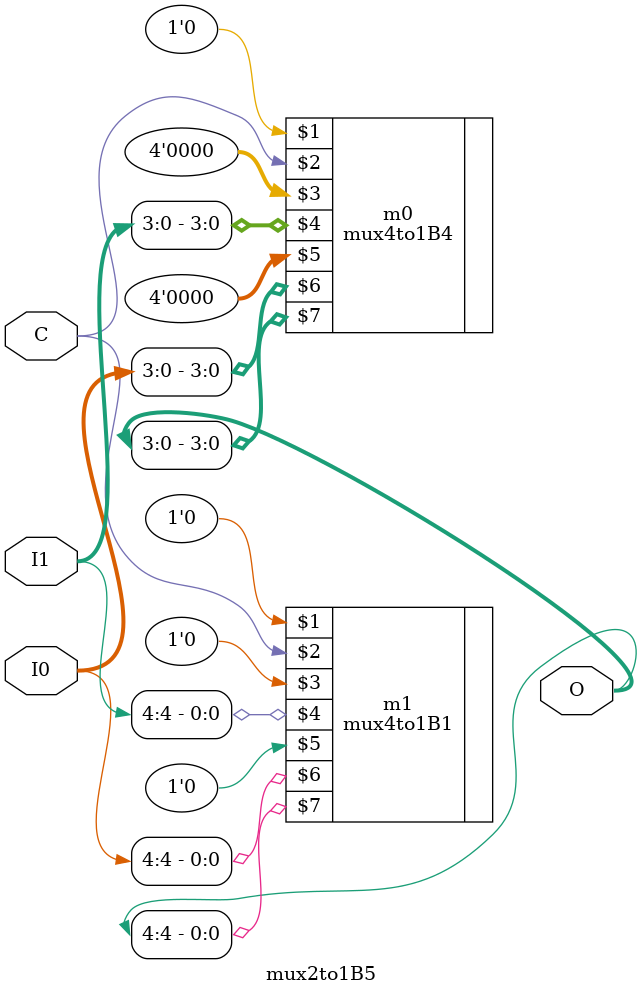
<source format=sv>
module mux2to1B5(input logic C,
		  input logic [4:0] I1, 
		  input logic [4:0] I0, 
		  output logic [4:0] O);
   
	mux4to1B4 m0(1'b0,C,4'b0,I1[3:0],4'b0,I0[3:0],O[3:0]);
	mux4to1B1 m1(1'b0,C,1'b0,I1[4:4],1'b0,I0[4:4],O[4:4]);
	

endmodule
</source>
